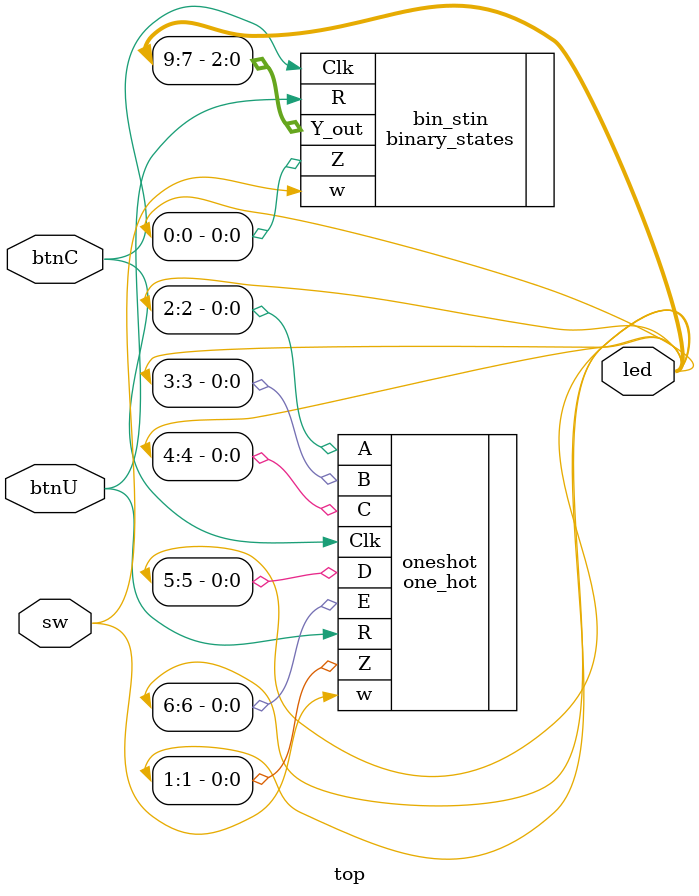
<source format=v>
module top(
    input sw, // w
    output [9:0] led, // see IO table
    input btnC, // clk
    input btnU // reset
);

    // Hook up binary and one-hot state machines
    binary_states bin_stin (
        .w(sw),
        .Clk(btnC),
        .R(btnU),
        .Z(led[0]),
        .Y_out(led[9:7])
    );
    
    one_hot oneshot (
        .w(sw),
        .Clk(btnC),
        .R(btnU),
        .Z(led[1]),
        .A(led[2]),
        .B(led[3]),
        .C(led[4]),
        .D(led[5]),
        .E(led[6])
    );

endmodule
</source>
